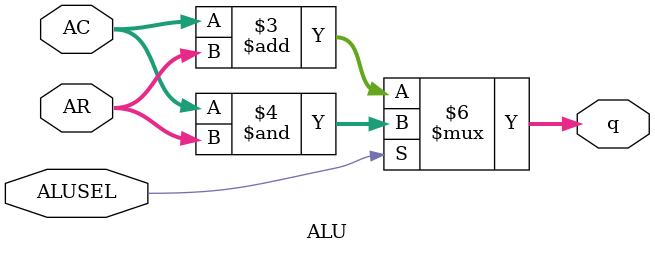
<source format=sv>
module ALU #(parameter N=8) (
    
    output logic [N-1:0] q,

    input logic [N-1:0] AC, AR,
    input logic ALUSEL

);

// AC - accumulator
// AR - address reg


// ALU with 2 mathematical operations
// ADD -- overflow CAN occur (flaw!)
// AND

always_comb begin

    if (!ALUSEL) begin

        q = AC + AR;

    end

    else begin

        q = AC & AR;

    end


end





endmodule
</source>
